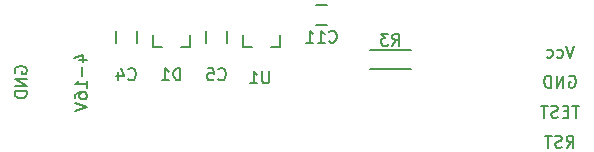
<source format=gbo>
G04 #@! TF.FileFunction,Legend,Bot*
%FSLAX46Y46*%
G04 Gerber Fmt 4.6, Leading zero omitted, Abs format (unit mm)*
G04 Created by KiCad (PCBNEW 0.201511192131+6326~38~ubuntu14.04.1-stable) date Sun 22 Nov 2015 09:07:30 PM CST*
%MOMM*%
G01*
G04 APERTURE LIST*
%ADD10C,0.127000*%
%ADD11C,0.150000*%
G04 APERTURE END LIST*
D10*
X107620000Y-101130000D02*
X107620000Y-100130000D01*
X110820000Y-101130000D02*
X110820000Y-100130000D01*
X110020000Y-101130000D02*
X110820000Y-101130000D01*
X108420000Y-101130000D02*
X107620000Y-101130000D01*
D11*
X104560000Y-100830000D02*
X104560000Y-99830000D01*
X106260000Y-99830000D02*
X106260000Y-100830000D01*
X113880000Y-99830000D02*
X113880000Y-100830000D01*
X112180000Y-100830000D02*
X112180000Y-99830000D01*
X122420000Y-99275000D02*
X121420000Y-99275000D01*
X121420000Y-97575000D02*
X122420000Y-97575000D01*
D10*
X115240000Y-101130000D02*
X115240000Y-100130000D01*
X118440000Y-101130000D02*
X118440000Y-100130000D01*
X117640000Y-101130000D02*
X118440000Y-101130000D01*
X116040000Y-101130000D02*
X115240000Y-101130000D01*
D11*
X126062000Y-101435000D02*
X129462000Y-101435000D01*
X126062000Y-103035000D02*
X129462000Y-103035000D01*
D10*
X109969904Y-103964619D02*
X109969904Y-102948619D01*
X109727999Y-102948619D01*
X109582857Y-102997000D01*
X109486095Y-103093762D01*
X109437714Y-103190524D01*
X109389333Y-103384048D01*
X109389333Y-103529190D01*
X109437714Y-103722714D01*
X109486095Y-103819476D01*
X109582857Y-103916238D01*
X109727999Y-103964619D01*
X109969904Y-103964619D01*
X108421714Y-103964619D02*
X109002285Y-103964619D01*
X108711999Y-103964619D02*
X108711999Y-102948619D01*
X108808761Y-103093762D01*
X108905523Y-103190524D01*
X109002285Y-103238905D01*
X105579333Y-103867857D02*
X105627714Y-103916238D01*
X105772857Y-103964619D01*
X105869619Y-103964619D01*
X106014761Y-103916238D01*
X106111523Y-103819476D01*
X106159904Y-103722714D01*
X106208285Y-103529190D01*
X106208285Y-103384048D01*
X106159904Y-103190524D01*
X106111523Y-103093762D01*
X106014761Y-102997000D01*
X105869619Y-102948619D01*
X105772857Y-102948619D01*
X105627714Y-102997000D01*
X105579333Y-103045381D01*
X104708476Y-103287286D02*
X104708476Y-103964619D01*
X104950380Y-102900238D02*
X105192285Y-103625952D01*
X104563333Y-103625952D01*
X113199333Y-103867857D02*
X113247714Y-103916238D01*
X113392857Y-103964619D01*
X113489619Y-103964619D01*
X113634761Y-103916238D01*
X113731523Y-103819476D01*
X113779904Y-103722714D01*
X113828285Y-103529190D01*
X113828285Y-103384048D01*
X113779904Y-103190524D01*
X113731523Y-103093762D01*
X113634761Y-102997000D01*
X113489619Y-102948619D01*
X113392857Y-102948619D01*
X113247714Y-102997000D01*
X113199333Y-103045381D01*
X112280095Y-102948619D02*
X112763904Y-102948619D01*
X112812285Y-103432429D01*
X112763904Y-103384048D01*
X112667142Y-103335667D01*
X112425238Y-103335667D01*
X112328476Y-103384048D01*
X112280095Y-103432429D01*
X112231714Y-103529190D01*
X112231714Y-103771095D01*
X112280095Y-103867857D01*
X112328476Y-103916238D01*
X112425238Y-103964619D01*
X112667142Y-103964619D01*
X112763904Y-103916238D01*
X112812285Y-103867857D01*
X122573143Y-100692857D02*
X122621524Y-100741238D01*
X122766667Y-100789619D01*
X122863429Y-100789619D01*
X123008571Y-100741238D01*
X123105333Y-100644476D01*
X123153714Y-100547714D01*
X123202095Y-100354190D01*
X123202095Y-100209048D01*
X123153714Y-100015524D01*
X123105333Y-99918762D01*
X123008571Y-99822000D01*
X122863429Y-99773619D01*
X122766667Y-99773619D01*
X122621524Y-99822000D01*
X122573143Y-99870381D01*
X121605524Y-100789619D02*
X122186095Y-100789619D01*
X121895809Y-100789619D02*
X121895809Y-99773619D01*
X121992571Y-99918762D01*
X122089333Y-100015524D01*
X122186095Y-100063905D01*
X120637905Y-100789619D02*
X121218476Y-100789619D01*
X120928190Y-100789619D02*
X120928190Y-99773619D01*
X121024952Y-99918762D01*
X121121714Y-100015524D01*
X121218476Y-100063905D01*
X143322523Y-101043619D02*
X142983856Y-102059619D01*
X142645190Y-101043619D01*
X141871095Y-102011238D02*
X141967857Y-102059619D01*
X142161380Y-102059619D01*
X142258142Y-102011238D01*
X142306523Y-101962857D01*
X142354904Y-101866095D01*
X142354904Y-101575810D01*
X142306523Y-101479048D01*
X142258142Y-101430667D01*
X142161380Y-101382286D01*
X141967857Y-101382286D01*
X141871095Y-101430667D01*
X141000238Y-102011238D02*
X141097000Y-102059619D01*
X141290523Y-102059619D01*
X141387285Y-102011238D01*
X141435666Y-101962857D01*
X141484047Y-101866095D01*
X141484047Y-101575810D01*
X141435666Y-101479048D01*
X141387285Y-101430667D01*
X141290523Y-101382286D01*
X141097000Y-101382286D01*
X141000238Y-101430667D01*
X142887095Y-103632000D02*
X142983857Y-103583619D01*
X143129000Y-103583619D01*
X143274142Y-103632000D01*
X143370904Y-103728762D01*
X143419285Y-103825524D01*
X143467666Y-104019048D01*
X143467666Y-104164190D01*
X143419285Y-104357714D01*
X143370904Y-104454476D01*
X143274142Y-104551238D01*
X143129000Y-104599619D01*
X143032238Y-104599619D01*
X142887095Y-104551238D01*
X142838714Y-104502857D01*
X142838714Y-104164190D01*
X143032238Y-104164190D01*
X142403285Y-104599619D02*
X142403285Y-103583619D01*
X141822714Y-104599619D01*
X141822714Y-103583619D01*
X141338904Y-104599619D02*
X141338904Y-103583619D01*
X141096999Y-103583619D01*
X140951857Y-103632000D01*
X140855095Y-103728762D01*
X140806714Y-103825524D01*
X140758333Y-104019048D01*
X140758333Y-104164190D01*
X140806714Y-104357714D01*
X140855095Y-104454476D01*
X140951857Y-104551238D01*
X141096999Y-104599619D01*
X141338904Y-104599619D01*
X143733761Y-106123619D02*
X143153190Y-106123619D01*
X143443475Y-107139619D02*
X143443475Y-106123619D01*
X142814523Y-106607429D02*
X142475857Y-106607429D01*
X142330714Y-107139619D02*
X142814523Y-107139619D01*
X142814523Y-106123619D01*
X142330714Y-106123619D01*
X141943666Y-107091238D02*
X141798523Y-107139619D01*
X141556619Y-107139619D01*
X141459857Y-107091238D01*
X141411476Y-107042857D01*
X141363095Y-106946095D01*
X141363095Y-106849333D01*
X141411476Y-106752571D01*
X141459857Y-106704190D01*
X141556619Y-106655810D01*
X141750142Y-106607429D01*
X141846904Y-106559048D01*
X141895285Y-106510667D01*
X141943666Y-106413905D01*
X141943666Y-106317143D01*
X141895285Y-106220381D01*
X141846904Y-106172000D01*
X141750142Y-106123619D01*
X141508238Y-106123619D01*
X141363095Y-106172000D01*
X141072809Y-106123619D02*
X140492238Y-106123619D01*
X140782523Y-107139619D02*
X140782523Y-106123619D01*
X142669381Y-109679619D02*
X143008047Y-109195810D01*
X143249952Y-109679619D02*
X143249952Y-108663619D01*
X142862905Y-108663619D01*
X142766143Y-108712000D01*
X142717762Y-108760381D01*
X142669381Y-108857143D01*
X142669381Y-109002286D01*
X142717762Y-109099048D01*
X142766143Y-109147429D01*
X142862905Y-109195810D01*
X143249952Y-109195810D01*
X142282333Y-109631238D02*
X142137190Y-109679619D01*
X141895286Y-109679619D01*
X141798524Y-109631238D01*
X141750143Y-109582857D01*
X141701762Y-109486095D01*
X141701762Y-109389333D01*
X141750143Y-109292571D01*
X141798524Y-109244190D01*
X141895286Y-109195810D01*
X142088809Y-109147429D01*
X142185571Y-109099048D01*
X142233952Y-109050667D01*
X142282333Y-108953905D01*
X142282333Y-108857143D01*
X142233952Y-108760381D01*
X142185571Y-108712000D01*
X142088809Y-108663619D01*
X141846905Y-108663619D01*
X141701762Y-108712000D01*
X141411476Y-108663619D02*
X140830905Y-108663619D01*
X141121190Y-109679619D02*
X141121190Y-108663619D01*
X117487095Y-103202619D02*
X117487095Y-104025095D01*
X117438714Y-104121857D01*
X117390333Y-104170238D01*
X117293571Y-104218619D01*
X117100048Y-104218619D01*
X117003286Y-104170238D01*
X116954905Y-104121857D01*
X116906524Y-104025095D01*
X116906524Y-103202619D01*
X115890524Y-104218619D02*
X116471095Y-104218619D01*
X116180809Y-104218619D02*
X116180809Y-103202619D01*
X116277571Y-103347762D01*
X116374333Y-103444524D01*
X116471095Y-103492905D01*
X96012000Y-103365905D02*
X95963619Y-103269143D01*
X95963619Y-103124000D01*
X96012000Y-102978858D01*
X96108762Y-102882096D01*
X96205524Y-102833715D01*
X96399048Y-102785334D01*
X96544190Y-102785334D01*
X96737714Y-102833715D01*
X96834476Y-102882096D01*
X96931238Y-102978858D01*
X96979619Y-103124000D01*
X96979619Y-103220762D01*
X96931238Y-103365905D01*
X96882857Y-103414286D01*
X96544190Y-103414286D01*
X96544190Y-103220762D01*
X96979619Y-103849715D02*
X95963619Y-103849715D01*
X96979619Y-104430286D01*
X95963619Y-104430286D01*
X96979619Y-104914096D02*
X95963619Y-104914096D01*
X95963619Y-105156001D01*
X96012000Y-105301143D01*
X96108762Y-105397905D01*
X96205524Y-105446286D01*
X96399048Y-105494667D01*
X96544190Y-105494667D01*
X96737714Y-105446286D01*
X96834476Y-105397905D01*
X96931238Y-105301143D01*
X96979619Y-105156001D01*
X96979619Y-104914096D01*
X101382286Y-102301524D02*
X102059619Y-102301524D01*
X100995238Y-102059620D02*
X101720952Y-101817715D01*
X101720952Y-102446667D01*
X101672571Y-102833715D02*
X101672571Y-103607810D01*
X102059619Y-104623810D02*
X102059619Y-104043239D01*
X102059619Y-104333525D02*
X101043619Y-104333525D01*
X101188762Y-104236763D01*
X101285524Y-104140001D01*
X101333905Y-104043239D01*
X101043619Y-105494667D02*
X101043619Y-105301144D01*
X101092000Y-105204382D01*
X101140381Y-105156001D01*
X101285524Y-105059239D01*
X101479048Y-105010858D01*
X101866095Y-105010858D01*
X101962857Y-105059239D01*
X102011238Y-105107620D01*
X102059619Y-105204382D01*
X102059619Y-105397905D01*
X102011238Y-105494667D01*
X101962857Y-105543048D01*
X101866095Y-105591429D01*
X101624190Y-105591429D01*
X101527429Y-105543048D01*
X101479048Y-105494667D01*
X101430667Y-105397905D01*
X101430667Y-105204382D01*
X101479048Y-105107620D01*
X101527429Y-105059239D01*
X101624190Y-105010858D01*
X101043619Y-105881715D02*
X102059619Y-106220382D01*
X101043619Y-106559048D01*
X127931333Y-101043619D02*
X128269999Y-100559810D01*
X128511904Y-101043619D02*
X128511904Y-100027619D01*
X128124857Y-100027619D01*
X128028095Y-100076000D01*
X127979714Y-100124381D01*
X127931333Y-100221143D01*
X127931333Y-100366286D01*
X127979714Y-100463048D01*
X128028095Y-100511429D01*
X128124857Y-100559810D01*
X128511904Y-100559810D01*
X127592666Y-100027619D02*
X126963714Y-100027619D01*
X127302380Y-100414667D01*
X127157238Y-100414667D01*
X127060476Y-100463048D01*
X127012095Y-100511429D01*
X126963714Y-100608190D01*
X126963714Y-100850095D01*
X127012095Y-100946857D01*
X127060476Y-100995238D01*
X127157238Y-101043619D01*
X127447523Y-101043619D01*
X127544285Y-100995238D01*
X127592666Y-100946857D01*
M02*

</source>
